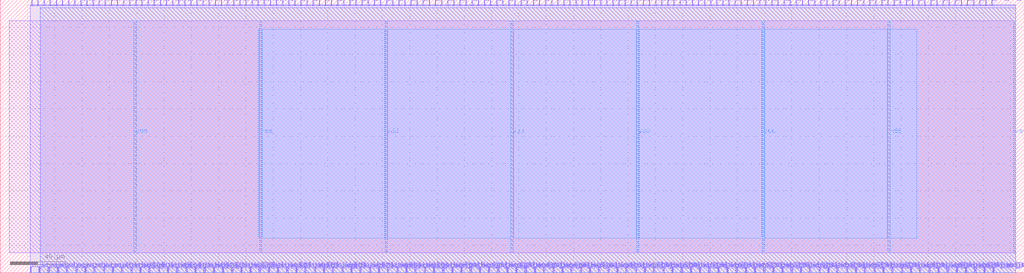
<source format=lef>
VERSION 5.7 ;
  NOWIREEXTENSIONATPIN ON ;
  DIVIDERCHAR "/" ;
  BUSBITCHARS "[]" ;
MACRO wb_memory
  CLASS BLOCK ;
  FOREIGN wb_memory ;
  ORIGIN 0.000 0.000 ;
  SIZE 750.000 BY 200.000 ;
  PIN addr_mem0[0]
    DIRECTION OUTPUT TRISTATE ;
    USE SIGNAL ;
    PORT
      LAYER Metal2 ;
        RECT 31.920 196.000 32.480 200.000 ;
    END
  END addr_mem0[0]
  PIN addr_mem0[1]
    DIRECTION OUTPUT TRISTATE ;
    USE SIGNAL ;
    PORT
      LAYER Metal2 ;
        RECT 49.840 196.000 50.400 200.000 ;
    END
  END addr_mem0[1]
  PIN addr_mem0[2]
    DIRECTION OUTPUT TRISTATE ;
    USE SIGNAL ;
    PORT
      LAYER Metal2 ;
        RECT 67.760 196.000 68.320 200.000 ;
    END
  END addr_mem0[2]
  PIN addr_mem0[3]
    DIRECTION OUTPUT TRISTATE ;
    USE SIGNAL ;
    PORT
      LAYER Metal2 ;
        RECT 85.680 196.000 86.240 200.000 ;
    END
  END addr_mem0[3]
  PIN addr_mem0[4]
    DIRECTION OUTPUT TRISTATE ;
    USE SIGNAL ;
    PORT
      LAYER Metal2 ;
        RECT 103.600 196.000 104.160 200.000 ;
    END
  END addr_mem0[4]
  PIN addr_mem0[5]
    DIRECTION OUTPUT TRISTATE ;
    USE SIGNAL ;
    PORT
      LAYER Metal2 ;
        RECT 117.040 196.000 117.600 200.000 ;
    END
  END addr_mem0[5]
  PIN addr_mem0[6]
    DIRECTION OUTPUT TRISTATE ;
    USE SIGNAL ;
    PORT
      LAYER Metal2 ;
        RECT 130.480 196.000 131.040 200.000 ;
    END
  END addr_mem0[6]
  PIN addr_mem0[7]
    DIRECTION OUTPUT TRISTATE ;
    USE SIGNAL ;
    PORT
      LAYER Metal2 ;
        RECT 143.920 196.000 144.480 200.000 ;
    END
  END addr_mem0[7]
  PIN addr_mem0[8]
    DIRECTION OUTPUT TRISTATE ;
    USE SIGNAL ;
    PORT
      LAYER Metal2 ;
        RECT 157.360 196.000 157.920 200.000 ;
    END
  END addr_mem0[8]
  PIN addr_mem1[0]
    DIRECTION OUTPUT TRISTATE ;
    USE SIGNAL ;
    PORT
      LAYER Metal2 ;
        RECT 385.840 196.000 386.400 200.000 ;
    END
  END addr_mem1[0]
  PIN addr_mem1[1]
    DIRECTION OUTPUT TRISTATE ;
    USE SIGNAL ;
    PORT
      LAYER Metal2 ;
        RECT 403.760 196.000 404.320 200.000 ;
    END
  END addr_mem1[1]
  PIN addr_mem1[2]
    DIRECTION OUTPUT TRISTATE ;
    USE SIGNAL ;
    PORT
      LAYER Metal2 ;
        RECT 421.680 196.000 422.240 200.000 ;
    END
  END addr_mem1[2]
  PIN addr_mem1[3]
    DIRECTION OUTPUT TRISTATE ;
    USE SIGNAL ;
    PORT
      LAYER Metal2 ;
        RECT 439.600 196.000 440.160 200.000 ;
    END
  END addr_mem1[3]
  PIN addr_mem1[4]
    DIRECTION OUTPUT TRISTATE ;
    USE SIGNAL ;
    PORT
      LAYER Metal2 ;
        RECT 457.520 196.000 458.080 200.000 ;
    END
  END addr_mem1[4]
  PIN addr_mem1[5]
    DIRECTION OUTPUT TRISTATE ;
    USE SIGNAL ;
    PORT
      LAYER Metal2 ;
        RECT 470.960 196.000 471.520 200.000 ;
    END
  END addr_mem1[5]
  PIN addr_mem1[6]
    DIRECTION OUTPUT TRISTATE ;
    USE SIGNAL ;
    PORT
      LAYER Metal2 ;
        RECT 484.400 196.000 484.960 200.000 ;
    END
  END addr_mem1[6]
  PIN addr_mem1[7]
    DIRECTION OUTPUT TRISTATE ;
    USE SIGNAL ;
    PORT
      LAYER Metal2 ;
        RECT 497.840 196.000 498.400 200.000 ;
    END
  END addr_mem1[7]
  PIN addr_mem1[8]
    DIRECTION OUTPUT TRISTATE ;
    USE SIGNAL ;
    PORT
      LAYER Metal2 ;
        RECT 511.280 196.000 511.840 200.000 ;
    END
  END addr_mem1[8]
  PIN csb_mem0
    DIRECTION OUTPUT TRISTATE ;
    USE SIGNAL ;
    PORT
      LAYER Metal2 ;
        RECT 22.960 196.000 23.520 200.000 ;
    END
  END csb_mem0
  PIN csb_mem1
    DIRECTION OUTPUT TRISTATE ;
    USE SIGNAL ;
    PORT
      LAYER Metal2 ;
        RECT 376.880 196.000 377.440 200.000 ;
    END
  END csb_mem1
  PIN din_mem0[0]
    DIRECTION OUTPUT TRISTATE ;
    USE SIGNAL ;
    PORT
      LAYER Metal2 ;
        RECT 36.400 196.000 36.960 200.000 ;
    END
  END din_mem0[0]
  PIN din_mem0[10]
    DIRECTION OUTPUT TRISTATE ;
    USE SIGNAL ;
    PORT
      LAYER Metal2 ;
        RECT 179.760 196.000 180.320 200.000 ;
    END
  END din_mem0[10]
  PIN din_mem0[11]
    DIRECTION OUTPUT TRISTATE ;
    USE SIGNAL ;
    PORT
      LAYER Metal2 ;
        RECT 188.720 196.000 189.280 200.000 ;
    END
  END din_mem0[11]
  PIN din_mem0[12]
    DIRECTION OUTPUT TRISTATE ;
    USE SIGNAL ;
    PORT
      LAYER Metal2 ;
        RECT 197.680 196.000 198.240 200.000 ;
    END
  END din_mem0[12]
  PIN din_mem0[13]
    DIRECTION OUTPUT TRISTATE ;
    USE SIGNAL ;
    PORT
      LAYER Metal2 ;
        RECT 206.640 196.000 207.200 200.000 ;
    END
  END din_mem0[13]
  PIN din_mem0[14]
    DIRECTION OUTPUT TRISTATE ;
    USE SIGNAL ;
    PORT
      LAYER Metal2 ;
        RECT 215.600 196.000 216.160 200.000 ;
    END
  END din_mem0[14]
  PIN din_mem0[15]
    DIRECTION OUTPUT TRISTATE ;
    USE SIGNAL ;
    PORT
      LAYER Metal2 ;
        RECT 224.560 196.000 225.120 200.000 ;
    END
  END din_mem0[15]
  PIN din_mem0[16]
    DIRECTION OUTPUT TRISTATE ;
    USE SIGNAL ;
    PORT
      LAYER Metal2 ;
        RECT 233.520 196.000 234.080 200.000 ;
    END
  END din_mem0[16]
  PIN din_mem0[17]
    DIRECTION OUTPUT TRISTATE ;
    USE SIGNAL ;
    PORT
      LAYER Metal2 ;
        RECT 242.480 196.000 243.040 200.000 ;
    END
  END din_mem0[17]
  PIN din_mem0[18]
    DIRECTION OUTPUT TRISTATE ;
    USE SIGNAL ;
    PORT
      LAYER Metal2 ;
        RECT 251.440 196.000 252.000 200.000 ;
    END
  END din_mem0[18]
  PIN din_mem0[19]
    DIRECTION OUTPUT TRISTATE ;
    USE SIGNAL ;
    PORT
      LAYER Metal2 ;
        RECT 260.400 196.000 260.960 200.000 ;
    END
  END din_mem0[19]
  PIN din_mem0[1]
    DIRECTION OUTPUT TRISTATE ;
    USE SIGNAL ;
    PORT
      LAYER Metal2 ;
        RECT 54.320 196.000 54.880 200.000 ;
    END
  END din_mem0[1]
  PIN din_mem0[20]
    DIRECTION OUTPUT TRISTATE ;
    USE SIGNAL ;
    PORT
      LAYER Metal2 ;
        RECT 269.360 196.000 269.920 200.000 ;
    END
  END din_mem0[20]
  PIN din_mem0[21]
    DIRECTION OUTPUT TRISTATE ;
    USE SIGNAL ;
    PORT
      LAYER Metal2 ;
        RECT 278.320 196.000 278.880 200.000 ;
    END
  END din_mem0[21]
  PIN din_mem0[22]
    DIRECTION OUTPUT TRISTATE ;
    USE SIGNAL ;
    PORT
      LAYER Metal2 ;
        RECT 287.280 196.000 287.840 200.000 ;
    END
  END din_mem0[22]
  PIN din_mem0[23]
    DIRECTION OUTPUT TRISTATE ;
    USE SIGNAL ;
    PORT
      LAYER Metal2 ;
        RECT 296.240 196.000 296.800 200.000 ;
    END
  END din_mem0[23]
  PIN din_mem0[24]
    DIRECTION OUTPUT TRISTATE ;
    USE SIGNAL ;
    PORT
      LAYER Metal2 ;
        RECT 305.200 196.000 305.760 200.000 ;
    END
  END din_mem0[24]
  PIN din_mem0[25]
    DIRECTION OUTPUT TRISTATE ;
    USE SIGNAL ;
    PORT
      LAYER Metal2 ;
        RECT 314.160 196.000 314.720 200.000 ;
    END
  END din_mem0[25]
  PIN din_mem0[26]
    DIRECTION OUTPUT TRISTATE ;
    USE SIGNAL ;
    PORT
      LAYER Metal2 ;
        RECT 323.120 196.000 323.680 200.000 ;
    END
  END din_mem0[26]
  PIN din_mem0[27]
    DIRECTION OUTPUT TRISTATE ;
    USE SIGNAL ;
    PORT
      LAYER Metal2 ;
        RECT 332.080 196.000 332.640 200.000 ;
    END
  END din_mem0[27]
  PIN din_mem0[28]
    DIRECTION OUTPUT TRISTATE ;
    USE SIGNAL ;
    PORT
      LAYER Metal2 ;
        RECT 341.040 196.000 341.600 200.000 ;
    END
  END din_mem0[28]
  PIN din_mem0[29]
    DIRECTION OUTPUT TRISTATE ;
    USE SIGNAL ;
    PORT
      LAYER Metal2 ;
        RECT 350.000 196.000 350.560 200.000 ;
    END
  END din_mem0[29]
  PIN din_mem0[2]
    DIRECTION OUTPUT TRISTATE ;
    USE SIGNAL ;
    PORT
      LAYER Metal2 ;
        RECT 72.240 196.000 72.800 200.000 ;
    END
  END din_mem0[2]
  PIN din_mem0[30]
    DIRECTION OUTPUT TRISTATE ;
    USE SIGNAL ;
    PORT
      LAYER Metal2 ;
        RECT 358.960 196.000 359.520 200.000 ;
    END
  END din_mem0[30]
  PIN din_mem0[31]
    DIRECTION OUTPUT TRISTATE ;
    USE SIGNAL ;
    PORT
      LAYER Metal2 ;
        RECT 367.920 196.000 368.480 200.000 ;
    END
  END din_mem0[31]
  PIN din_mem0[3]
    DIRECTION OUTPUT TRISTATE ;
    USE SIGNAL ;
    PORT
      LAYER Metal2 ;
        RECT 90.160 196.000 90.720 200.000 ;
    END
  END din_mem0[3]
  PIN din_mem0[4]
    DIRECTION OUTPUT TRISTATE ;
    USE SIGNAL ;
    PORT
      LAYER Metal2 ;
        RECT 108.080 196.000 108.640 200.000 ;
    END
  END din_mem0[4]
  PIN din_mem0[5]
    DIRECTION OUTPUT TRISTATE ;
    USE SIGNAL ;
    PORT
      LAYER Metal2 ;
        RECT 121.520 196.000 122.080 200.000 ;
    END
  END din_mem0[5]
  PIN din_mem0[6]
    DIRECTION OUTPUT TRISTATE ;
    USE SIGNAL ;
    PORT
      LAYER Metal2 ;
        RECT 134.960 196.000 135.520 200.000 ;
    END
  END din_mem0[6]
  PIN din_mem0[7]
    DIRECTION OUTPUT TRISTATE ;
    USE SIGNAL ;
    PORT
      LAYER Metal2 ;
        RECT 148.400 196.000 148.960 200.000 ;
    END
  END din_mem0[7]
  PIN din_mem0[8]
    DIRECTION OUTPUT TRISTATE ;
    USE SIGNAL ;
    PORT
      LAYER Metal2 ;
        RECT 161.840 196.000 162.400 200.000 ;
    END
  END din_mem0[8]
  PIN din_mem0[9]
    DIRECTION OUTPUT TRISTATE ;
    USE SIGNAL ;
    PORT
      LAYER Metal2 ;
        RECT 170.800 196.000 171.360 200.000 ;
    END
  END din_mem0[9]
  PIN din_mem1[0]
    DIRECTION OUTPUT TRISTATE ;
    USE SIGNAL ;
    PORT
      LAYER Metal2 ;
        RECT 390.320 196.000 390.880 200.000 ;
    END
  END din_mem1[0]
  PIN din_mem1[10]
    DIRECTION OUTPUT TRISTATE ;
    USE SIGNAL ;
    PORT
      LAYER Metal2 ;
        RECT 533.680 196.000 534.240 200.000 ;
    END
  END din_mem1[10]
  PIN din_mem1[11]
    DIRECTION OUTPUT TRISTATE ;
    USE SIGNAL ;
    PORT
      LAYER Metal2 ;
        RECT 542.640 196.000 543.200 200.000 ;
    END
  END din_mem1[11]
  PIN din_mem1[12]
    DIRECTION OUTPUT TRISTATE ;
    USE SIGNAL ;
    PORT
      LAYER Metal2 ;
        RECT 551.600 196.000 552.160 200.000 ;
    END
  END din_mem1[12]
  PIN din_mem1[13]
    DIRECTION OUTPUT TRISTATE ;
    USE SIGNAL ;
    PORT
      LAYER Metal2 ;
        RECT 560.560 196.000 561.120 200.000 ;
    END
  END din_mem1[13]
  PIN din_mem1[14]
    DIRECTION OUTPUT TRISTATE ;
    USE SIGNAL ;
    PORT
      LAYER Metal2 ;
        RECT 569.520 196.000 570.080 200.000 ;
    END
  END din_mem1[14]
  PIN din_mem1[15]
    DIRECTION OUTPUT TRISTATE ;
    USE SIGNAL ;
    PORT
      LAYER Metal2 ;
        RECT 578.480 196.000 579.040 200.000 ;
    END
  END din_mem1[15]
  PIN din_mem1[16]
    DIRECTION OUTPUT TRISTATE ;
    USE SIGNAL ;
    PORT
      LAYER Metal2 ;
        RECT 587.440 196.000 588.000 200.000 ;
    END
  END din_mem1[16]
  PIN din_mem1[17]
    DIRECTION OUTPUT TRISTATE ;
    USE SIGNAL ;
    PORT
      LAYER Metal2 ;
        RECT 596.400 196.000 596.960 200.000 ;
    END
  END din_mem1[17]
  PIN din_mem1[18]
    DIRECTION OUTPUT TRISTATE ;
    USE SIGNAL ;
    PORT
      LAYER Metal2 ;
        RECT 605.360 196.000 605.920 200.000 ;
    END
  END din_mem1[18]
  PIN din_mem1[19]
    DIRECTION OUTPUT TRISTATE ;
    USE SIGNAL ;
    PORT
      LAYER Metal2 ;
        RECT 614.320 196.000 614.880 200.000 ;
    END
  END din_mem1[19]
  PIN din_mem1[1]
    DIRECTION OUTPUT TRISTATE ;
    USE SIGNAL ;
    PORT
      LAYER Metal2 ;
        RECT 408.240 196.000 408.800 200.000 ;
    END
  END din_mem1[1]
  PIN din_mem1[20]
    DIRECTION OUTPUT TRISTATE ;
    USE SIGNAL ;
    PORT
      LAYER Metal2 ;
        RECT 623.280 196.000 623.840 200.000 ;
    END
  END din_mem1[20]
  PIN din_mem1[21]
    DIRECTION OUTPUT TRISTATE ;
    USE SIGNAL ;
    PORT
      LAYER Metal2 ;
        RECT 632.240 196.000 632.800 200.000 ;
    END
  END din_mem1[21]
  PIN din_mem1[22]
    DIRECTION OUTPUT TRISTATE ;
    USE SIGNAL ;
    PORT
      LAYER Metal2 ;
        RECT 641.200 196.000 641.760 200.000 ;
    END
  END din_mem1[22]
  PIN din_mem1[23]
    DIRECTION OUTPUT TRISTATE ;
    USE SIGNAL ;
    PORT
      LAYER Metal2 ;
        RECT 650.160 196.000 650.720 200.000 ;
    END
  END din_mem1[23]
  PIN din_mem1[24]
    DIRECTION OUTPUT TRISTATE ;
    USE SIGNAL ;
    PORT
      LAYER Metal2 ;
        RECT 659.120 196.000 659.680 200.000 ;
    END
  END din_mem1[24]
  PIN din_mem1[25]
    DIRECTION OUTPUT TRISTATE ;
    USE SIGNAL ;
    PORT
      LAYER Metal2 ;
        RECT 668.080 196.000 668.640 200.000 ;
    END
  END din_mem1[25]
  PIN din_mem1[26]
    DIRECTION OUTPUT TRISTATE ;
    USE SIGNAL ;
    PORT
      LAYER Metal2 ;
        RECT 677.040 196.000 677.600 200.000 ;
    END
  END din_mem1[26]
  PIN din_mem1[27]
    DIRECTION OUTPUT TRISTATE ;
    USE SIGNAL ;
    PORT
      LAYER Metal2 ;
        RECT 686.000 196.000 686.560 200.000 ;
    END
  END din_mem1[27]
  PIN din_mem1[28]
    DIRECTION OUTPUT TRISTATE ;
    USE SIGNAL ;
    PORT
      LAYER Metal2 ;
        RECT 694.960 196.000 695.520 200.000 ;
    END
  END din_mem1[28]
  PIN din_mem1[29]
    DIRECTION OUTPUT TRISTATE ;
    USE SIGNAL ;
    PORT
      LAYER Metal2 ;
        RECT 703.920 196.000 704.480 200.000 ;
    END
  END din_mem1[29]
  PIN din_mem1[2]
    DIRECTION OUTPUT TRISTATE ;
    USE SIGNAL ;
    PORT
      LAYER Metal2 ;
        RECT 426.160 196.000 426.720 200.000 ;
    END
  END din_mem1[2]
  PIN din_mem1[30]
    DIRECTION OUTPUT TRISTATE ;
    USE SIGNAL ;
    PORT
      LAYER Metal2 ;
        RECT 712.880 196.000 713.440 200.000 ;
    END
  END din_mem1[30]
  PIN din_mem1[31]
    DIRECTION OUTPUT TRISTATE ;
    USE SIGNAL ;
    PORT
      LAYER Metal2 ;
        RECT 721.840 196.000 722.400 200.000 ;
    END
  END din_mem1[31]
  PIN din_mem1[3]
    DIRECTION OUTPUT TRISTATE ;
    USE SIGNAL ;
    PORT
      LAYER Metal2 ;
        RECT 444.080 196.000 444.640 200.000 ;
    END
  END din_mem1[3]
  PIN din_mem1[4]
    DIRECTION OUTPUT TRISTATE ;
    USE SIGNAL ;
    PORT
      LAYER Metal2 ;
        RECT 462.000 196.000 462.560 200.000 ;
    END
  END din_mem1[4]
  PIN din_mem1[5]
    DIRECTION OUTPUT TRISTATE ;
    USE SIGNAL ;
    PORT
      LAYER Metal2 ;
        RECT 475.440 196.000 476.000 200.000 ;
    END
  END din_mem1[5]
  PIN din_mem1[6]
    DIRECTION OUTPUT TRISTATE ;
    USE SIGNAL ;
    PORT
      LAYER Metal2 ;
        RECT 488.880 196.000 489.440 200.000 ;
    END
  END din_mem1[6]
  PIN din_mem1[7]
    DIRECTION OUTPUT TRISTATE ;
    USE SIGNAL ;
    PORT
      LAYER Metal2 ;
        RECT 502.320 196.000 502.880 200.000 ;
    END
  END din_mem1[7]
  PIN din_mem1[8]
    DIRECTION OUTPUT TRISTATE ;
    USE SIGNAL ;
    PORT
      LAYER Metal2 ;
        RECT 515.760 196.000 516.320 200.000 ;
    END
  END din_mem1[8]
  PIN din_mem1[9]
    DIRECTION OUTPUT TRISTATE ;
    USE SIGNAL ;
    PORT
      LAYER Metal2 ;
        RECT 524.720 196.000 525.280 200.000 ;
    END
  END din_mem1[9]
  PIN dout_mem0[0]
    DIRECTION INPUT ;
    USE SIGNAL ;
    PORT
      LAYER Metal2 ;
        RECT 40.880 196.000 41.440 200.000 ;
    END
  END dout_mem0[0]
  PIN dout_mem0[10]
    DIRECTION INPUT ;
    USE SIGNAL ;
    PORT
      LAYER Metal2 ;
        RECT 184.240 196.000 184.800 200.000 ;
    END
  END dout_mem0[10]
  PIN dout_mem0[11]
    DIRECTION INPUT ;
    USE SIGNAL ;
    PORT
      LAYER Metal2 ;
        RECT 193.200 196.000 193.760 200.000 ;
    END
  END dout_mem0[11]
  PIN dout_mem0[12]
    DIRECTION INPUT ;
    USE SIGNAL ;
    PORT
      LAYER Metal2 ;
        RECT 202.160 196.000 202.720 200.000 ;
    END
  END dout_mem0[12]
  PIN dout_mem0[13]
    DIRECTION INPUT ;
    USE SIGNAL ;
    PORT
      LAYER Metal2 ;
        RECT 211.120 196.000 211.680 200.000 ;
    END
  END dout_mem0[13]
  PIN dout_mem0[14]
    DIRECTION INPUT ;
    USE SIGNAL ;
    PORT
      LAYER Metal2 ;
        RECT 220.080 196.000 220.640 200.000 ;
    END
  END dout_mem0[14]
  PIN dout_mem0[15]
    DIRECTION INPUT ;
    USE SIGNAL ;
    PORT
      LAYER Metal2 ;
        RECT 229.040 196.000 229.600 200.000 ;
    END
  END dout_mem0[15]
  PIN dout_mem0[16]
    DIRECTION INPUT ;
    USE SIGNAL ;
    PORT
      LAYER Metal2 ;
        RECT 238.000 196.000 238.560 200.000 ;
    END
  END dout_mem0[16]
  PIN dout_mem0[17]
    DIRECTION INPUT ;
    USE SIGNAL ;
    PORT
      LAYER Metal2 ;
        RECT 246.960 196.000 247.520 200.000 ;
    END
  END dout_mem0[17]
  PIN dout_mem0[18]
    DIRECTION INPUT ;
    USE SIGNAL ;
    PORT
      LAYER Metal2 ;
        RECT 255.920 196.000 256.480 200.000 ;
    END
  END dout_mem0[18]
  PIN dout_mem0[19]
    DIRECTION INPUT ;
    USE SIGNAL ;
    PORT
      LAYER Metal2 ;
        RECT 264.880 196.000 265.440 200.000 ;
    END
  END dout_mem0[19]
  PIN dout_mem0[1]
    DIRECTION INPUT ;
    USE SIGNAL ;
    PORT
      LAYER Metal2 ;
        RECT 58.800 196.000 59.360 200.000 ;
    END
  END dout_mem0[1]
  PIN dout_mem0[20]
    DIRECTION INPUT ;
    USE SIGNAL ;
    PORT
      LAYER Metal2 ;
        RECT 273.840 196.000 274.400 200.000 ;
    END
  END dout_mem0[20]
  PIN dout_mem0[21]
    DIRECTION INPUT ;
    USE SIGNAL ;
    PORT
      LAYER Metal2 ;
        RECT 282.800 196.000 283.360 200.000 ;
    END
  END dout_mem0[21]
  PIN dout_mem0[22]
    DIRECTION INPUT ;
    USE SIGNAL ;
    PORT
      LAYER Metal2 ;
        RECT 291.760 196.000 292.320 200.000 ;
    END
  END dout_mem0[22]
  PIN dout_mem0[23]
    DIRECTION INPUT ;
    USE SIGNAL ;
    PORT
      LAYER Metal2 ;
        RECT 300.720 196.000 301.280 200.000 ;
    END
  END dout_mem0[23]
  PIN dout_mem0[24]
    DIRECTION INPUT ;
    USE SIGNAL ;
    PORT
      LAYER Metal2 ;
        RECT 309.680 196.000 310.240 200.000 ;
    END
  END dout_mem0[24]
  PIN dout_mem0[25]
    DIRECTION INPUT ;
    USE SIGNAL ;
    PORT
      LAYER Metal2 ;
        RECT 318.640 196.000 319.200 200.000 ;
    END
  END dout_mem0[25]
  PIN dout_mem0[26]
    DIRECTION INPUT ;
    USE SIGNAL ;
    PORT
      LAYER Metal2 ;
        RECT 327.600 196.000 328.160 200.000 ;
    END
  END dout_mem0[26]
  PIN dout_mem0[27]
    DIRECTION INPUT ;
    USE SIGNAL ;
    PORT
      LAYER Metal2 ;
        RECT 336.560 196.000 337.120 200.000 ;
    END
  END dout_mem0[27]
  PIN dout_mem0[28]
    DIRECTION INPUT ;
    USE SIGNAL ;
    PORT
      LAYER Metal2 ;
        RECT 345.520 196.000 346.080 200.000 ;
    END
  END dout_mem0[28]
  PIN dout_mem0[29]
    DIRECTION INPUT ;
    USE SIGNAL ;
    PORT
      LAYER Metal2 ;
        RECT 354.480 196.000 355.040 200.000 ;
    END
  END dout_mem0[29]
  PIN dout_mem0[2]
    DIRECTION INPUT ;
    USE SIGNAL ;
    PORT
      LAYER Metal2 ;
        RECT 76.720 196.000 77.280 200.000 ;
    END
  END dout_mem0[2]
  PIN dout_mem0[30]
    DIRECTION INPUT ;
    USE SIGNAL ;
    PORT
      LAYER Metal2 ;
        RECT 363.440 196.000 364.000 200.000 ;
    END
  END dout_mem0[30]
  PIN dout_mem0[31]
    DIRECTION INPUT ;
    USE SIGNAL ;
    PORT
      LAYER Metal2 ;
        RECT 372.400 196.000 372.960 200.000 ;
    END
  END dout_mem0[31]
  PIN dout_mem0[3]
    DIRECTION INPUT ;
    USE SIGNAL ;
    PORT
      LAYER Metal2 ;
        RECT 94.640 196.000 95.200 200.000 ;
    END
  END dout_mem0[3]
  PIN dout_mem0[4]
    DIRECTION INPUT ;
    USE SIGNAL ;
    PORT
      LAYER Metal2 ;
        RECT 112.560 196.000 113.120 200.000 ;
    END
  END dout_mem0[4]
  PIN dout_mem0[5]
    DIRECTION INPUT ;
    USE SIGNAL ;
    PORT
      LAYER Metal2 ;
        RECT 126.000 196.000 126.560 200.000 ;
    END
  END dout_mem0[5]
  PIN dout_mem0[6]
    DIRECTION INPUT ;
    USE SIGNAL ;
    PORT
      LAYER Metal2 ;
        RECT 139.440 196.000 140.000 200.000 ;
    END
  END dout_mem0[6]
  PIN dout_mem0[7]
    DIRECTION INPUT ;
    USE SIGNAL ;
    PORT
      LAYER Metal2 ;
        RECT 152.880 196.000 153.440 200.000 ;
    END
  END dout_mem0[7]
  PIN dout_mem0[8]
    DIRECTION INPUT ;
    USE SIGNAL ;
    PORT
      LAYER Metal2 ;
        RECT 166.320 196.000 166.880 200.000 ;
    END
  END dout_mem0[8]
  PIN dout_mem0[9]
    DIRECTION INPUT ;
    USE SIGNAL ;
    PORT
      LAYER Metal2 ;
        RECT 175.280 196.000 175.840 200.000 ;
    END
  END dout_mem0[9]
  PIN dout_mem1[0]
    DIRECTION INPUT ;
    USE SIGNAL ;
    PORT
      LAYER Metal2 ;
        RECT 394.800 196.000 395.360 200.000 ;
    END
  END dout_mem1[0]
  PIN dout_mem1[10]
    DIRECTION INPUT ;
    USE SIGNAL ;
    PORT
      LAYER Metal2 ;
        RECT 538.160 196.000 538.720 200.000 ;
    END
  END dout_mem1[10]
  PIN dout_mem1[11]
    DIRECTION INPUT ;
    USE SIGNAL ;
    PORT
      LAYER Metal2 ;
        RECT 547.120 196.000 547.680 200.000 ;
    END
  END dout_mem1[11]
  PIN dout_mem1[12]
    DIRECTION INPUT ;
    USE SIGNAL ;
    PORT
      LAYER Metal2 ;
        RECT 556.080 196.000 556.640 200.000 ;
    END
  END dout_mem1[12]
  PIN dout_mem1[13]
    DIRECTION INPUT ;
    USE SIGNAL ;
    PORT
      LAYER Metal2 ;
        RECT 565.040 196.000 565.600 200.000 ;
    END
  END dout_mem1[13]
  PIN dout_mem1[14]
    DIRECTION INPUT ;
    USE SIGNAL ;
    PORT
      LAYER Metal2 ;
        RECT 574.000 196.000 574.560 200.000 ;
    END
  END dout_mem1[14]
  PIN dout_mem1[15]
    DIRECTION INPUT ;
    USE SIGNAL ;
    PORT
      LAYER Metal2 ;
        RECT 582.960 196.000 583.520 200.000 ;
    END
  END dout_mem1[15]
  PIN dout_mem1[16]
    DIRECTION INPUT ;
    USE SIGNAL ;
    PORT
      LAYER Metal2 ;
        RECT 591.920 196.000 592.480 200.000 ;
    END
  END dout_mem1[16]
  PIN dout_mem1[17]
    DIRECTION INPUT ;
    USE SIGNAL ;
    PORT
      LAYER Metal2 ;
        RECT 600.880 196.000 601.440 200.000 ;
    END
  END dout_mem1[17]
  PIN dout_mem1[18]
    DIRECTION INPUT ;
    USE SIGNAL ;
    PORT
      LAYER Metal2 ;
        RECT 609.840 196.000 610.400 200.000 ;
    END
  END dout_mem1[18]
  PIN dout_mem1[19]
    DIRECTION INPUT ;
    USE SIGNAL ;
    PORT
      LAYER Metal2 ;
        RECT 618.800 196.000 619.360 200.000 ;
    END
  END dout_mem1[19]
  PIN dout_mem1[1]
    DIRECTION INPUT ;
    USE SIGNAL ;
    PORT
      LAYER Metal2 ;
        RECT 412.720 196.000 413.280 200.000 ;
    END
  END dout_mem1[1]
  PIN dout_mem1[20]
    DIRECTION INPUT ;
    USE SIGNAL ;
    PORT
      LAYER Metal2 ;
        RECT 627.760 196.000 628.320 200.000 ;
    END
  END dout_mem1[20]
  PIN dout_mem1[21]
    DIRECTION INPUT ;
    USE SIGNAL ;
    PORT
      LAYER Metal2 ;
        RECT 636.720 196.000 637.280 200.000 ;
    END
  END dout_mem1[21]
  PIN dout_mem1[22]
    DIRECTION INPUT ;
    USE SIGNAL ;
    PORT
      LAYER Metal2 ;
        RECT 645.680 196.000 646.240 200.000 ;
    END
  END dout_mem1[22]
  PIN dout_mem1[23]
    DIRECTION INPUT ;
    USE SIGNAL ;
    PORT
      LAYER Metal2 ;
        RECT 654.640 196.000 655.200 200.000 ;
    END
  END dout_mem1[23]
  PIN dout_mem1[24]
    DIRECTION INPUT ;
    USE SIGNAL ;
    PORT
      LAYER Metal2 ;
        RECT 663.600 196.000 664.160 200.000 ;
    END
  END dout_mem1[24]
  PIN dout_mem1[25]
    DIRECTION INPUT ;
    USE SIGNAL ;
    PORT
      LAYER Metal2 ;
        RECT 672.560 196.000 673.120 200.000 ;
    END
  END dout_mem1[25]
  PIN dout_mem1[26]
    DIRECTION INPUT ;
    USE SIGNAL ;
    PORT
      LAYER Metal2 ;
        RECT 681.520 196.000 682.080 200.000 ;
    END
  END dout_mem1[26]
  PIN dout_mem1[27]
    DIRECTION INPUT ;
    USE SIGNAL ;
    PORT
      LAYER Metal2 ;
        RECT 690.480 196.000 691.040 200.000 ;
    END
  END dout_mem1[27]
  PIN dout_mem1[28]
    DIRECTION INPUT ;
    USE SIGNAL ;
    PORT
      LAYER Metal2 ;
        RECT 699.440 196.000 700.000 200.000 ;
    END
  END dout_mem1[28]
  PIN dout_mem1[29]
    DIRECTION INPUT ;
    USE SIGNAL ;
    PORT
      LAYER Metal2 ;
        RECT 708.400 196.000 708.960 200.000 ;
    END
  END dout_mem1[29]
  PIN dout_mem1[2]
    DIRECTION INPUT ;
    USE SIGNAL ;
    PORT
      LAYER Metal2 ;
        RECT 430.640 196.000 431.200 200.000 ;
    END
  END dout_mem1[2]
  PIN dout_mem1[30]
    DIRECTION INPUT ;
    USE SIGNAL ;
    PORT
      LAYER Metal2 ;
        RECT 717.360 196.000 717.920 200.000 ;
    END
  END dout_mem1[30]
  PIN dout_mem1[31]
    DIRECTION INPUT ;
    USE SIGNAL ;
    PORT
      LAYER Metal2 ;
        RECT 726.320 196.000 726.880 200.000 ;
    END
  END dout_mem1[31]
  PIN dout_mem1[3]
    DIRECTION INPUT ;
    USE SIGNAL ;
    PORT
      LAYER Metal2 ;
        RECT 448.560 196.000 449.120 200.000 ;
    END
  END dout_mem1[3]
  PIN dout_mem1[4]
    DIRECTION INPUT ;
    USE SIGNAL ;
    PORT
      LAYER Metal2 ;
        RECT 466.480 196.000 467.040 200.000 ;
    END
  END dout_mem1[4]
  PIN dout_mem1[5]
    DIRECTION INPUT ;
    USE SIGNAL ;
    PORT
      LAYER Metal2 ;
        RECT 479.920 196.000 480.480 200.000 ;
    END
  END dout_mem1[5]
  PIN dout_mem1[6]
    DIRECTION INPUT ;
    USE SIGNAL ;
    PORT
      LAYER Metal2 ;
        RECT 493.360 196.000 493.920 200.000 ;
    END
  END dout_mem1[6]
  PIN dout_mem1[7]
    DIRECTION INPUT ;
    USE SIGNAL ;
    PORT
      LAYER Metal2 ;
        RECT 506.800 196.000 507.360 200.000 ;
    END
  END dout_mem1[7]
  PIN dout_mem1[8]
    DIRECTION INPUT ;
    USE SIGNAL ;
    PORT
      LAYER Metal2 ;
        RECT 520.240 196.000 520.800 200.000 ;
    END
  END dout_mem1[8]
  PIN dout_mem1[9]
    DIRECTION INPUT ;
    USE SIGNAL ;
    PORT
      LAYER Metal2 ;
        RECT 529.200 196.000 529.760 200.000 ;
    END
  END dout_mem1[9]
  PIN io_wbs_ack
    DIRECTION OUTPUT TRISTATE ;
    USE SIGNAL ;
    PORT
      LAYER Metal2 ;
        RECT 21.840 0.000 22.400 4.000 ;
    END
  END io_wbs_ack
  PIN io_wbs_adr[0]
    DIRECTION INPUT ;
    USE SIGNAL ;
    PORT
      LAYER Metal2 ;
        RECT 62.160 0.000 62.720 4.000 ;
    END
  END io_wbs_adr[0]
  PIN io_wbs_adr[10]
    DIRECTION INPUT ;
    USE SIGNAL ;
    PORT
      LAYER Metal2 ;
        RECT 290.640 0.000 291.200 4.000 ;
    END
  END io_wbs_adr[10]
  PIN io_wbs_adr[11]
    DIRECTION INPUT ;
    USE SIGNAL ;
    PORT
      LAYER Metal2 ;
        RECT 310.800 0.000 311.360 4.000 ;
    END
  END io_wbs_adr[11]
  PIN io_wbs_adr[12]
    DIRECTION INPUT ;
    USE SIGNAL ;
    PORT
      LAYER Metal2 ;
        RECT 330.960 0.000 331.520 4.000 ;
    END
  END io_wbs_adr[12]
  PIN io_wbs_adr[13]
    DIRECTION INPUT ;
    USE SIGNAL ;
    PORT
      LAYER Metal2 ;
        RECT 351.120 0.000 351.680 4.000 ;
    END
  END io_wbs_adr[13]
  PIN io_wbs_adr[14]
    DIRECTION INPUT ;
    USE SIGNAL ;
    PORT
      LAYER Metal2 ;
        RECT 371.280 0.000 371.840 4.000 ;
    END
  END io_wbs_adr[14]
  PIN io_wbs_adr[15]
    DIRECTION INPUT ;
    USE SIGNAL ;
    PORT
      LAYER Metal2 ;
        RECT 391.440 0.000 392.000 4.000 ;
    END
  END io_wbs_adr[15]
  PIN io_wbs_adr[16]
    DIRECTION INPUT ;
    USE SIGNAL ;
    PORT
      LAYER Metal2 ;
        RECT 411.600 0.000 412.160 4.000 ;
    END
  END io_wbs_adr[16]
  PIN io_wbs_adr[17]
    DIRECTION INPUT ;
    USE SIGNAL ;
    PORT
      LAYER Metal2 ;
        RECT 431.760 0.000 432.320 4.000 ;
    END
  END io_wbs_adr[17]
  PIN io_wbs_adr[18]
    DIRECTION INPUT ;
    USE SIGNAL ;
    PORT
      LAYER Metal2 ;
        RECT 451.920 0.000 452.480 4.000 ;
    END
  END io_wbs_adr[18]
  PIN io_wbs_adr[19]
    DIRECTION INPUT ;
    USE SIGNAL ;
    PORT
      LAYER Metal2 ;
        RECT 472.080 0.000 472.640 4.000 ;
    END
  END io_wbs_adr[19]
  PIN io_wbs_adr[1]
    DIRECTION INPUT ;
    USE SIGNAL ;
    PORT
      LAYER Metal2 ;
        RECT 89.040 0.000 89.600 4.000 ;
    END
  END io_wbs_adr[1]
  PIN io_wbs_adr[20]
    DIRECTION INPUT ;
    USE SIGNAL ;
    PORT
      LAYER Metal2 ;
        RECT 492.240 0.000 492.800 4.000 ;
    END
  END io_wbs_adr[20]
  PIN io_wbs_adr[21]
    DIRECTION INPUT ;
    USE SIGNAL ;
    PORT
      LAYER Metal2 ;
        RECT 512.400 0.000 512.960 4.000 ;
    END
  END io_wbs_adr[21]
  PIN io_wbs_adr[22]
    DIRECTION INPUT ;
    USE SIGNAL ;
    PORT
      LAYER Metal2 ;
        RECT 532.560 0.000 533.120 4.000 ;
    END
  END io_wbs_adr[22]
  PIN io_wbs_adr[23]
    DIRECTION INPUT ;
    USE SIGNAL ;
    PORT
      LAYER Metal2 ;
        RECT 552.720 0.000 553.280 4.000 ;
    END
  END io_wbs_adr[23]
  PIN io_wbs_adr[24]
    DIRECTION INPUT ;
    USE SIGNAL ;
    PORT
      LAYER Metal2 ;
        RECT 572.880 0.000 573.440 4.000 ;
    END
  END io_wbs_adr[24]
  PIN io_wbs_adr[25]
    DIRECTION INPUT ;
    USE SIGNAL ;
    PORT
      LAYER Metal2 ;
        RECT 593.040 0.000 593.600 4.000 ;
    END
  END io_wbs_adr[25]
  PIN io_wbs_adr[26]
    DIRECTION INPUT ;
    USE SIGNAL ;
    PORT
      LAYER Metal2 ;
        RECT 613.200 0.000 613.760 4.000 ;
    END
  END io_wbs_adr[26]
  PIN io_wbs_adr[27]
    DIRECTION INPUT ;
    USE SIGNAL ;
    PORT
      LAYER Metal2 ;
        RECT 633.360 0.000 633.920 4.000 ;
    END
  END io_wbs_adr[27]
  PIN io_wbs_adr[28]
    DIRECTION INPUT ;
    USE SIGNAL ;
    PORT
      LAYER Metal2 ;
        RECT 653.520 0.000 654.080 4.000 ;
    END
  END io_wbs_adr[28]
  PIN io_wbs_adr[29]
    DIRECTION INPUT ;
    USE SIGNAL ;
    PORT
      LAYER Metal2 ;
        RECT 673.680 0.000 674.240 4.000 ;
    END
  END io_wbs_adr[29]
  PIN io_wbs_adr[2]
    DIRECTION INPUT ;
    USE SIGNAL ;
    PORT
      LAYER Metal2 ;
        RECT 115.920 0.000 116.480 4.000 ;
    END
  END io_wbs_adr[2]
  PIN io_wbs_adr[30]
    DIRECTION INPUT ;
    USE SIGNAL ;
    PORT
      LAYER Metal2 ;
        RECT 693.840 0.000 694.400 4.000 ;
    END
  END io_wbs_adr[30]
  PIN io_wbs_adr[31]
    DIRECTION INPUT ;
    USE SIGNAL ;
    PORT
      LAYER Metal2 ;
        RECT 714.000 0.000 714.560 4.000 ;
    END
  END io_wbs_adr[31]
  PIN io_wbs_adr[3]
    DIRECTION INPUT ;
    USE SIGNAL ;
    PORT
      LAYER Metal2 ;
        RECT 142.800 0.000 143.360 4.000 ;
    END
  END io_wbs_adr[3]
  PIN io_wbs_adr[4]
    DIRECTION INPUT ;
    USE SIGNAL ;
    PORT
      LAYER Metal2 ;
        RECT 169.680 0.000 170.240 4.000 ;
    END
  END io_wbs_adr[4]
  PIN io_wbs_adr[5]
    DIRECTION INPUT ;
    USE SIGNAL ;
    PORT
      LAYER Metal2 ;
        RECT 189.840 0.000 190.400 4.000 ;
    END
  END io_wbs_adr[5]
  PIN io_wbs_adr[6]
    DIRECTION INPUT ;
    USE SIGNAL ;
    PORT
      LAYER Metal2 ;
        RECT 210.000 0.000 210.560 4.000 ;
    END
  END io_wbs_adr[6]
  PIN io_wbs_adr[7]
    DIRECTION INPUT ;
    USE SIGNAL ;
    PORT
      LAYER Metal2 ;
        RECT 230.160 0.000 230.720 4.000 ;
    END
  END io_wbs_adr[7]
  PIN io_wbs_adr[8]
    DIRECTION INPUT ;
    USE SIGNAL ;
    PORT
      LAYER Metal2 ;
        RECT 250.320 0.000 250.880 4.000 ;
    END
  END io_wbs_adr[8]
  PIN io_wbs_adr[9]
    DIRECTION INPUT ;
    USE SIGNAL ;
    PORT
      LAYER Metal2 ;
        RECT 270.480 0.000 271.040 4.000 ;
    END
  END io_wbs_adr[9]
  PIN io_wbs_clk
    DIRECTION INPUT ;
    USE SIGNAL ;
    PORT
      LAYER Metal2 ;
        RECT 28.560 0.000 29.120 4.000 ;
    END
  END io_wbs_clk
  PIN io_wbs_cyc
    DIRECTION INPUT ;
    USE SIGNAL ;
    PORT
      LAYER Metal2 ;
        RECT 35.280 0.000 35.840 4.000 ;
    END
  END io_wbs_cyc
  PIN io_wbs_datrd[0]
    DIRECTION OUTPUT TRISTATE ;
    USE SIGNAL ;
    PORT
      LAYER Metal2 ;
        RECT 68.880 0.000 69.440 4.000 ;
    END
  END io_wbs_datrd[0]
  PIN io_wbs_datrd[10]
    DIRECTION OUTPUT TRISTATE ;
    USE SIGNAL ;
    PORT
      LAYER Metal2 ;
        RECT 297.360 0.000 297.920 4.000 ;
    END
  END io_wbs_datrd[10]
  PIN io_wbs_datrd[11]
    DIRECTION OUTPUT TRISTATE ;
    USE SIGNAL ;
    PORT
      LAYER Metal2 ;
        RECT 317.520 0.000 318.080 4.000 ;
    END
  END io_wbs_datrd[11]
  PIN io_wbs_datrd[12]
    DIRECTION OUTPUT TRISTATE ;
    USE SIGNAL ;
    PORT
      LAYER Metal2 ;
        RECT 337.680 0.000 338.240 4.000 ;
    END
  END io_wbs_datrd[12]
  PIN io_wbs_datrd[13]
    DIRECTION OUTPUT TRISTATE ;
    USE SIGNAL ;
    PORT
      LAYER Metal2 ;
        RECT 357.840 0.000 358.400 4.000 ;
    END
  END io_wbs_datrd[13]
  PIN io_wbs_datrd[14]
    DIRECTION OUTPUT TRISTATE ;
    USE SIGNAL ;
    PORT
      LAYER Metal2 ;
        RECT 378.000 0.000 378.560 4.000 ;
    END
  END io_wbs_datrd[14]
  PIN io_wbs_datrd[15]
    DIRECTION OUTPUT TRISTATE ;
    USE SIGNAL ;
    PORT
      LAYER Metal2 ;
        RECT 398.160 0.000 398.720 4.000 ;
    END
  END io_wbs_datrd[15]
  PIN io_wbs_datrd[16]
    DIRECTION OUTPUT TRISTATE ;
    USE SIGNAL ;
    PORT
      LAYER Metal2 ;
        RECT 418.320 0.000 418.880 4.000 ;
    END
  END io_wbs_datrd[16]
  PIN io_wbs_datrd[17]
    DIRECTION OUTPUT TRISTATE ;
    USE SIGNAL ;
    PORT
      LAYER Metal2 ;
        RECT 438.480 0.000 439.040 4.000 ;
    END
  END io_wbs_datrd[17]
  PIN io_wbs_datrd[18]
    DIRECTION OUTPUT TRISTATE ;
    USE SIGNAL ;
    PORT
      LAYER Metal2 ;
        RECT 458.640 0.000 459.200 4.000 ;
    END
  END io_wbs_datrd[18]
  PIN io_wbs_datrd[19]
    DIRECTION OUTPUT TRISTATE ;
    USE SIGNAL ;
    PORT
      LAYER Metal2 ;
        RECT 478.800 0.000 479.360 4.000 ;
    END
  END io_wbs_datrd[19]
  PIN io_wbs_datrd[1]
    DIRECTION OUTPUT TRISTATE ;
    USE SIGNAL ;
    PORT
      LAYER Metal2 ;
        RECT 95.760 0.000 96.320 4.000 ;
    END
  END io_wbs_datrd[1]
  PIN io_wbs_datrd[20]
    DIRECTION OUTPUT TRISTATE ;
    USE SIGNAL ;
    PORT
      LAYER Metal2 ;
        RECT 498.960 0.000 499.520 4.000 ;
    END
  END io_wbs_datrd[20]
  PIN io_wbs_datrd[21]
    DIRECTION OUTPUT TRISTATE ;
    USE SIGNAL ;
    PORT
      LAYER Metal2 ;
        RECT 519.120 0.000 519.680 4.000 ;
    END
  END io_wbs_datrd[21]
  PIN io_wbs_datrd[22]
    DIRECTION OUTPUT TRISTATE ;
    USE SIGNAL ;
    PORT
      LAYER Metal2 ;
        RECT 539.280 0.000 539.840 4.000 ;
    END
  END io_wbs_datrd[22]
  PIN io_wbs_datrd[23]
    DIRECTION OUTPUT TRISTATE ;
    USE SIGNAL ;
    PORT
      LAYER Metal2 ;
        RECT 559.440 0.000 560.000 4.000 ;
    END
  END io_wbs_datrd[23]
  PIN io_wbs_datrd[24]
    DIRECTION OUTPUT TRISTATE ;
    USE SIGNAL ;
    PORT
      LAYER Metal2 ;
        RECT 579.600 0.000 580.160 4.000 ;
    END
  END io_wbs_datrd[24]
  PIN io_wbs_datrd[25]
    DIRECTION OUTPUT TRISTATE ;
    USE SIGNAL ;
    PORT
      LAYER Metal2 ;
        RECT 599.760 0.000 600.320 4.000 ;
    END
  END io_wbs_datrd[25]
  PIN io_wbs_datrd[26]
    DIRECTION OUTPUT TRISTATE ;
    USE SIGNAL ;
    PORT
      LAYER Metal2 ;
        RECT 619.920 0.000 620.480 4.000 ;
    END
  END io_wbs_datrd[26]
  PIN io_wbs_datrd[27]
    DIRECTION OUTPUT TRISTATE ;
    USE SIGNAL ;
    PORT
      LAYER Metal2 ;
        RECT 640.080 0.000 640.640 4.000 ;
    END
  END io_wbs_datrd[27]
  PIN io_wbs_datrd[28]
    DIRECTION OUTPUT TRISTATE ;
    USE SIGNAL ;
    PORT
      LAYER Metal2 ;
        RECT 660.240 0.000 660.800 4.000 ;
    END
  END io_wbs_datrd[28]
  PIN io_wbs_datrd[29]
    DIRECTION OUTPUT TRISTATE ;
    USE SIGNAL ;
    PORT
      LAYER Metal2 ;
        RECT 680.400 0.000 680.960 4.000 ;
    END
  END io_wbs_datrd[29]
  PIN io_wbs_datrd[2]
    DIRECTION OUTPUT TRISTATE ;
    USE SIGNAL ;
    PORT
      LAYER Metal2 ;
        RECT 122.640 0.000 123.200 4.000 ;
    END
  END io_wbs_datrd[2]
  PIN io_wbs_datrd[30]
    DIRECTION OUTPUT TRISTATE ;
    USE SIGNAL ;
    PORT
      LAYER Metal2 ;
        RECT 700.560 0.000 701.120 4.000 ;
    END
  END io_wbs_datrd[30]
  PIN io_wbs_datrd[31]
    DIRECTION OUTPUT TRISTATE ;
    USE SIGNAL ;
    PORT
      LAYER Metal2 ;
        RECT 720.720 0.000 721.280 4.000 ;
    END
  END io_wbs_datrd[31]
  PIN io_wbs_datrd[3]
    DIRECTION OUTPUT TRISTATE ;
    USE SIGNAL ;
    PORT
      LAYER Metal2 ;
        RECT 149.520 0.000 150.080 4.000 ;
    END
  END io_wbs_datrd[3]
  PIN io_wbs_datrd[4]
    DIRECTION OUTPUT TRISTATE ;
    USE SIGNAL ;
    PORT
      LAYER Metal2 ;
        RECT 176.400 0.000 176.960 4.000 ;
    END
  END io_wbs_datrd[4]
  PIN io_wbs_datrd[5]
    DIRECTION OUTPUT TRISTATE ;
    USE SIGNAL ;
    PORT
      LAYER Metal2 ;
        RECT 196.560 0.000 197.120 4.000 ;
    END
  END io_wbs_datrd[5]
  PIN io_wbs_datrd[6]
    DIRECTION OUTPUT TRISTATE ;
    USE SIGNAL ;
    PORT
      LAYER Metal2 ;
        RECT 216.720 0.000 217.280 4.000 ;
    END
  END io_wbs_datrd[6]
  PIN io_wbs_datrd[7]
    DIRECTION OUTPUT TRISTATE ;
    USE SIGNAL ;
    PORT
      LAYER Metal2 ;
        RECT 236.880 0.000 237.440 4.000 ;
    END
  END io_wbs_datrd[7]
  PIN io_wbs_datrd[8]
    DIRECTION OUTPUT TRISTATE ;
    USE SIGNAL ;
    PORT
      LAYER Metal2 ;
        RECT 257.040 0.000 257.600 4.000 ;
    END
  END io_wbs_datrd[8]
  PIN io_wbs_datrd[9]
    DIRECTION OUTPUT TRISTATE ;
    USE SIGNAL ;
    PORT
      LAYER Metal2 ;
        RECT 277.200 0.000 277.760 4.000 ;
    END
  END io_wbs_datrd[9]
  PIN io_wbs_datwr[0]
    DIRECTION INPUT ;
    USE SIGNAL ;
    PORT
      LAYER Metal2 ;
        RECT 75.600 0.000 76.160 4.000 ;
    END
  END io_wbs_datwr[0]
  PIN io_wbs_datwr[10]
    DIRECTION INPUT ;
    USE SIGNAL ;
    PORT
      LAYER Metal2 ;
        RECT 304.080 0.000 304.640 4.000 ;
    END
  END io_wbs_datwr[10]
  PIN io_wbs_datwr[11]
    DIRECTION INPUT ;
    USE SIGNAL ;
    PORT
      LAYER Metal2 ;
        RECT 324.240 0.000 324.800 4.000 ;
    END
  END io_wbs_datwr[11]
  PIN io_wbs_datwr[12]
    DIRECTION INPUT ;
    USE SIGNAL ;
    PORT
      LAYER Metal2 ;
        RECT 344.400 0.000 344.960 4.000 ;
    END
  END io_wbs_datwr[12]
  PIN io_wbs_datwr[13]
    DIRECTION INPUT ;
    USE SIGNAL ;
    PORT
      LAYER Metal2 ;
        RECT 364.560 0.000 365.120 4.000 ;
    END
  END io_wbs_datwr[13]
  PIN io_wbs_datwr[14]
    DIRECTION INPUT ;
    USE SIGNAL ;
    PORT
      LAYER Metal2 ;
        RECT 384.720 0.000 385.280 4.000 ;
    END
  END io_wbs_datwr[14]
  PIN io_wbs_datwr[15]
    DIRECTION INPUT ;
    USE SIGNAL ;
    PORT
      LAYER Metal2 ;
        RECT 404.880 0.000 405.440 4.000 ;
    END
  END io_wbs_datwr[15]
  PIN io_wbs_datwr[16]
    DIRECTION INPUT ;
    USE SIGNAL ;
    PORT
      LAYER Metal2 ;
        RECT 425.040 0.000 425.600 4.000 ;
    END
  END io_wbs_datwr[16]
  PIN io_wbs_datwr[17]
    DIRECTION INPUT ;
    USE SIGNAL ;
    PORT
      LAYER Metal2 ;
        RECT 445.200 0.000 445.760 4.000 ;
    END
  END io_wbs_datwr[17]
  PIN io_wbs_datwr[18]
    DIRECTION INPUT ;
    USE SIGNAL ;
    PORT
      LAYER Metal2 ;
        RECT 465.360 0.000 465.920 4.000 ;
    END
  END io_wbs_datwr[18]
  PIN io_wbs_datwr[19]
    DIRECTION INPUT ;
    USE SIGNAL ;
    PORT
      LAYER Metal2 ;
        RECT 485.520 0.000 486.080 4.000 ;
    END
  END io_wbs_datwr[19]
  PIN io_wbs_datwr[1]
    DIRECTION INPUT ;
    USE SIGNAL ;
    PORT
      LAYER Metal2 ;
        RECT 102.480 0.000 103.040 4.000 ;
    END
  END io_wbs_datwr[1]
  PIN io_wbs_datwr[20]
    DIRECTION INPUT ;
    USE SIGNAL ;
    PORT
      LAYER Metal2 ;
        RECT 505.680 0.000 506.240 4.000 ;
    END
  END io_wbs_datwr[20]
  PIN io_wbs_datwr[21]
    DIRECTION INPUT ;
    USE SIGNAL ;
    PORT
      LAYER Metal2 ;
        RECT 525.840 0.000 526.400 4.000 ;
    END
  END io_wbs_datwr[21]
  PIN io_wbs_datwr[22]
    DIRECTION INPUT ;
    USE SIGNAL ;
    PORT
      LAYER Metal2 ;
        RECT 546.000 0.000 546.560 4.000 ;
    END
  END io_wbs_datwr[22]
  PIN io_wbs_datwr[23]
    DIRECTION INPUT ;
    USE SIGNAL ;
    PORT
      LAYER Metal2 ;
        RECT 566.160 0.000 566.720 4.000 ;
    END
  END io_wbs_datwr[23]
  PIN io_wbs_datwr[24]
    DIRECTION INPUT ;
    USE SIGNAL ;
    PORT
      LAYER Metal2 ;
        RECT 586.320 0.000 586.880 4.000 ;
    END
  END io_wbs_datwr[24]
  PIN io_wbs_datwr[25]
    DIRECTION INPUT ;
    USE SIGNAL ;
    PORT
      LAYER Metal2 ;
        RECT 606.480 0.000 607.040 4.000 ;
    END
  END io_wbs_datwr[25]
  PIN io_wbs_datwr[26]
    DIRECTION INPUT ;
    USE SIGNAL ;
    PORT
      LAYER Metal2 ;
        RECT 626.640 0.000 627.200 4.000 ;
    END
  END io_wbs_datwr[26]
  PIN io_wbs_datwr[27]
    DIRECTION INPUT ;
    USE SIGNAL ;
    PORT
      LAYER Metal2 ;
        RECT 646.800 0.000 647.360 4.000 ;
    END
  END io_wbs_datwr[27]
  PIN io_wbs_datwr[28]
    DIRECTION INPUT ;
    USE SIGNAL ;
    PORT
      LAYER Metal2 ;
        RECT 666.960 0.000 667.520 4.000 ;
    END
  END io_wbs_datwr[28]
  PIN io_wbs_datwr[29]
    DIRECTION INPUT ;
    USE SIGNAL ;
    PORT
      LAYER Metal2 ;
        RECT 687.120 0.000 687.680 4.000 ;
    END
  END io_wbs_datwr[29]
  PIN io_wbs_datwr[2]
    DIRECTION INPUT ;
    USE SIGNAL ;
    PORT
      LAYER Metal2 ;
        RECT 129.360 0.000 129.920 4.000 ;
    END
  END io_wbs_datwr[2]
  PIN io_wbs_datwr[30]
    DIRECTION INPUT ;
    USE SIGNAL ;
    PORT
      LAYER Metal2 ;
        RECT 707.280 0.000 707.840 4.000 ;
    END
  END io_wbs_datwr[30]
  PIN io_wbs_datwr[31]
    DIRECTION INPUT ;
    USE SIGNAL ;
    PORT
      LAYER Metal2 ;
        RECT 727.440 0.000 728.000 4.000 ;
    END
  END io_wbs_datwr[31]
  PIN io_wbs_datwr[3]
    DIRECTION INPUT ;
    USE SIGNAL ;
    PORT
      LAYER Metal2 ;
        RECT 156.240 0.000 156.800 4.000 ;
    END
  END io_wbs_datwr[3]
  PIN io_wbs_datwr[4]
    DIRECTION INPUT ;
    USE SIGNAL ;
    PORT
      LAYER Metal2 ;
        RECT 183.120 0.000 183.680 4.000 ;
    END
  END io_wbs_datwr[4]
  PIN io_wbs_datwr[5]
    DIRECTION INPUT ;
    USE SIGNAL ;
    PORT
      LAYER Metal2 ;
        RECT 203.280 0.000 203.840 4.000 ;
    END
  END io_wbs_datwr[5]
  PIN io_wbs_datwr[6]
    DIRECTION INPUT ;
    USE SIGNAL ;
    PORT
      LAYER Metal2 ;
        RECT 223.440 0.000 224.000 4.000 ;
    END
  END io_wbs_datwr[6]
  PIN io_wbs_datwr[7]
    DIRECTION INPUT ;
    USE SIGNAL ;
    PORT
      LAYER Metal2 ;
        RECT 243.600 0.000 244.160 4.000 ;
    END
  END io_wbs_datwr[7]
  PIN io_wbs_datwr[8]
    DIRECTION INPUT ;
    USE SIGNAL ;
    PORT
      LAYER Metal2 ;
        RECT 263.760 0.000 264.320 4.000 ;
    END
  END io_wbs_datwr[8]
  PIN io_wbs_datwr[9]
    DIRECTION INPUT ;
    USE SIGNAL ;
    PORT
      LAYER Metal2 ;
        RECT 283.920 0.000 284.480 4.000 ;
    END
  END io_wbs_datwr[9]
  PIN io_wbs_rst
    DIRECTION INPUT ;
    USE SIGNAL ;
    PORT
      LAYER Metal2 ;
        RECT 42.000 0.000 42.560 4.000 ;
    END
  END io_wbs_rst
  PIN io_wbs_sel[0]
    DIRECTION INPUT ;
    USE SIGNAL ;
    PORT
      LAYER Metal2 ;
        RECT 82.320 0.000 82.880 4.000 ;
    END
  END io_wbs_sel[0]
  PIN io_wbs_sel[1]
    DIRECTION INPUT ;
    USE SIGNAL ;
    PORT
      LAYER Metal2 ;
        RECT 109.200 0.000 109.760 4.000 ;
    END
  END io_wbs_sel[1]
  PIN io_wbs_sel[2]
    DIRECTION INPUT ;
    USE SIGNAL ;
    PORT
      LAYER Metal2 ;
        RECT 136.080 0.000 136.640 4.000 ;
    END
  END io_wbs_sel[2]
  PIN io_wbs_sel[3]
    DIRECTION INPUT ;
    USE SIGNAL ;
    PORT
      LAYER Metal2 ;
        RECT 162.960 0.000 163.520 4.000 ;
    END
  END io_wbs_sel[3]
  PIN io_wbs_stb
    DIRECTION INPUT ;
    USE SIGNAL ;
    PORT
      LAYER Metal2 ;
        RECT 48.720 0.000 49.280 4.000 ;
    END
  END io_wbs_stb
  PIN io_wbs_we
    DIRECTION INPUT ;
    USE SIGNAL ;
    PORT
      LAYER Metal2 ;
        RECT 55.440 0.000 56.000 4.000 ;
    END
  END io_wbs_we
  PIN vdd
    DIRECTION INOUT ;
    USE POWER ;
    PORT
      LAYER Metal4 ;
        RECT 97.970 15.380 99.570 184.540 ;
    END
    PORT
      LAYER Metal4 ;
        RECT 282.070 15.380 283.670 184.540 ;
    END
    PORT
      LAYER Metal4 ;
        RECT 466.170 15.380 467.770 184.540 ;
    END
    PORT
      LAYER Metal4 ;
        RECT 650.270 15.380 651.870 184.540 ;
    END
  END vdd
  PIN vss
    DIRECTION INOUT ;
    USE GROUND ;
    PORT
      LAYER Metal4 ;
        RECT 190.020 15.380 191.620 184.540 ;
    END
    PORT
      LAYER Metal4 ;
        RECT 374.120 15.380 375.720 184.540 ;
    END
    PORT
      LAYER Metal4 ;
        RECT 558.220 15.380 559.820 184.540 ;
    END
    PORT
      LAYER Metal4 ;
        RECT 742.320 15.380 743.920 184.540 ;
    END
  END vss
  PIN web_mem0
    DIRECTION OUTPUT TRISTATE ;
    USE SIGNAL ;
    PORT
      LAYER Metal2 ;
        RECT 27.440 196.000 28.000 200.000 ;
    END
  END web_mem0
  PIN web_mem1
    DIRECTION OUTPUT TRISTATE ;
    USE SIGNAL ;
    PORT
      LAYER Metal2 ;
        RECT 381.360 196.000 381.920 200.000 ;
    END
  END web_mem1
  PIN wmask_mem0[0]
    DIRECTION OUTPUT TRISTATE ;
    USE SIGNAL ;
    PORT
      LAYER Metal2 ;
        RECT 45.360 196.000 45.920 200.000 ;
    END
  END wmask_mem0[0]
  PIN wmask_mem0[1]
    DIRECTION OUTPUT TRISTATE ;
    USE SIGNAL ;
    PORT
      LAYER Metal2 ;
        RECT 63.280 196.000 63.840 200.000 ;
    END
  END wmask_mem0[1]
  PIN wmask_mem0[2]
    DIRECTION OUTPUT TRISTATE ;
    USE SIGNAL ;
    PORT
      LAYER Metal2 ;
        RECT 81.200 196.000 81.760 200.000 ;
    END
  END wmask_mem0[2]
  PIN wmask_mem0[3]
    DIRECTION OUTPUT TRISTATE ;
    USE SIGNAL ;
    PORT
      LAYER Metal2 ;
        RECT 99.120 196.000 99.680 200.000 ;
    END
  END wmask_mem0[3]
  PIN wmask_mem1[0]
    DIRECTION OUTPUT TRISTATE ;
    USE SIGNAL ;
    PORT
      LAYER Metal2 ;
        RECT 399.280 196.000 399.840 200.000 ;
    END
  END wmask_mem1[0]
  PIN wmask_mem1[1]
    DIRECTION OUTPUT TRISTATE ;
    USE SIGNAL ;
    PORT
      LAYER Metal2 ;
        RECT 417.200 196.000 417.760 200.000 ;
    END
  END wmask_mem1[1]
  PIN wmask_mem1[2]
    DIRECTION OUTPUT TRISTATE ;
    USE SIGNAL ;
    PORT
      LAYER Metal2 ;
        RECT 435.120 196.000 435.680 200.000 ;
    END
  END wmask_mem1[2]
  PIN wmask_mem1[3]
    DIRECTION OUTPUT TRISTATE ;
    USE SIGNAL ;
    PORT
      LAYER Metal2 ;
        RECT 453.040 196.000 453.600 200.000 ;
    END
  END wmask_mem1[3]
  OBS
      LAYER Metal1 ;
        RECT 6.720 14.710 743.920 184.540 ;
      LAYER Metal2 ;
        RECT 21.980 195.700 22.660 196.420 ;
        RECT 23.820 195.700 27.140 196.420 ;
        RECT 28.300 195.700 31.620 196.420 ;
        RECT 32.780 195.700 36.100 196.420 ;
        RECT 37.260 195.700 40.580 196.420 ;
        RECT 41.740 195.700 45.060 196.420 ;
        RECT 46.220 195.700 49.540 196.420 ;
        RECT 50.700 195.700 54.020 196.420 ;
        RECT 55.180 195.700 58.500 196.420 ;
        RECT 59.660 195.700 62.980 196.420 ;
        RECT 64.140 195.700 67.460 196.420 ;
        RECT 68.620 195.700 71.940 196.420 ;
        RECT 73.100 195.700 76.420 196.420 ;
        RECT 77.580 195.700 80.900 196.420 ;
        RECT 82.060 195.700 85.380 196.420 ;
        RECT 86.540 195.700 89.860 196.420 ;
        RECT 91.020 195.700 94.340 196.420 ;
        RECT 95.500 195.700 98.820 196.420 ;
        RECT 99.980 195.700 103.300 196.420 ;
        RECT 104.460 195.700 107.780 196.420 ;
        RECT 108.940 195.700 112.260 196.420 ;
        RECT 113.420 195.700 116.740 196.420 ;
        RECT 117.900 195.700 121.220 196.420 ;
        RECT 122.380 195.700 125.700 196.420 ;
        RECT 126.860 195.700 130.180 196.420 ;
        RECT 131.340 195.700 134.660 196.420 ;
        RECT 135.820 195.700 139.140 196.420 ;
        RECT 140.300 195.700 143.620 196.420 ;
        RECT 144.780 195.700 148.100 196.420 ;
        RECT 149.260 195.700 152.580 196.420 ;
        RECT 153.740 195.700 157.060 196.420 ;
        RECT 158.220 195.700 161.540 196.420 ;
        RECT 162.700 195.700 166.020 196.420 ;
        RECT 167.180 195.700 170.500 196.420 ;
        RECT 171.660 195.700 174.980 196.420 ;
        RECT 176.140 195.700 179.460 196.420 ;
        RECT 180.620 195.700 183.940 196.420 ;
        RECT 185.100 195.700 188.420 196.420 ;
        RECT 189.580 195.700 192.900 196.420 ;
        RECT 194.060 195.700 197.380 196.420 ;
        RECT 198.540 195.700 201.860 196.420 ;
        RECT 203.020 195.700 206.340 196.420 ;
        RECT 207.500 195.700 210.820 196.420 ;
        RECT 211.980 195.700 215.300 196.420 ;
        RECT 216.460 195.700 219.780 196.420 ;
        RECT 220.940 195.700 224.260 196.420 ;
        RECT 225.420 195.700 228.740 196.420 ;
        RECT 229.900 195.700 233.220 196.420 ;
        RECT 234.380 195.700 237.700 196.420 ;
        RECT 238.860 195.700 242.180 196.420 ;
        RECT 243.340 195.700 246.660 196.420 ;
        RECT 247.820 195.700 251.140 196.420 ;
        RECT 252.300 195.700 255.620 196.420 ;
        RECT 256.780 195.700 260.100 196.420 ;
        RECT 261.260 195.700 264.580 196.420 ;
        RECT 265.740 195.700 269.060 196.420 ;
        RECT 270.220 195.700 273.540 196.420 ;
        RECT 274.700 195.700 278.020 196.420 ;
        RECT 279.180 195.700 282.500 196.420 ;
        RECT 283.660 195.700 286.980 196.420 ;
        RECT 288.140 195.700 291.460 196.420 ;
        RECT 292.620 195.700 295.940 196.420 ;
        RECT 297.100 195.700 300.420 196.420 ;
        RECT 301.580 195.700 304.900 196.420 ;
        RECT 306.060 195.700 309.380 196.420 ;
        RECT 310.540 195.700 313.860 196.420 ;
        RECT 315.020 195.700 318.340 196.420 ;
        RECT 319.500 195.700 322.820 196.420 ;
        RECT 323.980 195.700 327.300 196.420 ;
        RECT 328.460 195.700 331.780 196.420 ;
        RECT 332.940 195.700 336.260 196.420 ;
        RECT 337.420 195.700 340.740 196.420 ;
        RECT 341.900 195.700 345.220 196.420 ;
        RECT 346.380 195.700 349.700 196.420 ;
        RECT 350.860 195.700 354.180 196.420 ;
        RECT 355.340 195.700 358.660 196.420 ;
        RECT 359.820 195.700 363.140 196.420 ;
        RECT 364.300 195.700 367.620 196.420 ;
        RECT 368.780 195.700 372.100 196.420 ;
        RECT 373.260 195.700 376.580 196.420 ;
        RECT 377.740 195.700 381.060 196.420 ;
        RECT 382.220 195.700 385.540 196.420 ;
        RECT 386.700 195.700 390.020 196.420 ;
        RECT 391.180 195.700 394.500 196.420 ;
        RECT 395.660 195.700 398.980 196.420 ;
        RECT 400.140 195.700 403.460 196.420 ;
        RECT 404.620 195.700 407.940 196.420 ;
        RECT 409.100 195.700 412.420 196.420 ;
        RECT 413.580 195.700 416.900 196.420 ;
        RECT 418.060 195.700 421.380 196.420 ;
        RECT 422.540 195.700 425.860 196.420 ;
        RECT 427.020 195.700 430.340 196.420 ;
        RECT 431.500 195.700 434.820 196.420 ;
        RECT 435.980 195.700 439.300 196.420 ;
        RECT 440.460 195.700 443.780 196.420 ;
        RECT 444.940 195.700 448.260 196.420 ;
        RECT 449.420 195.700 452.740 196.420 ;
        RECT 453.900 195.700 457.220 196.420 ;
        RECT 458.380 195.700 461.700 196.420 ;
        RECT 462.860 195.700 466.180 196.420 ;
        RECT 467.340 195.700 470.660 196.420 ;
        RECT 471.820 195.700 475.140 196.420 ;
        RECT 476.300 195.700 479.620 196.420 ;
        RECT 480.780 195.700 484.100 196.420 ;
        RECT 485.260 195.700 488.580 196.420 ;
        RECT 489.740 195.700 493.060 196.420 ;
        RECT 494.220 195.700 497.540 196.420 ;
        RECT 498.700 195.700 502.020 196.420 ;
        RECT 503.180 195.700 506.500 196.420 ;
        RECT 507.660 195.700 510.980 196.420 ;
        RECT 512.140 195.700 515.460 196.420 ;
        RECT 516.620 195.700 519.940 196.420 ;
        RECT 521.100 195.700 524.420 196.420 ;
        RECT 525.580 195.700 528.900 196.420 ;
        RECT 530.060 195.700 533.380 196.420 ;
        RECT 534.540 195.700 537.860 196.420 ;
        RECT 539.020 195.700 542.340 196.420 ;
        RECT 543.500 195.700 546.820 196.420 ;
        RECT 547.980 195.700 551.300 196.420 ;
        RECT 552.460 195.700 555.780 196.420 ;
        RECT 556.940 195.700 560.260 196.420 ;
        RECT 561.420 195.700 564.740 196.420 ;
        RECT 565.900 195.700 569.220 196.420 ;
        RECT 570.380 195.700 573.700 196.420 ;
        RECT 574.860 195.700 578.180 196.420 ;
        RECT 579.340 195.700 582.660 196.420 ;
        RECT 583.820 195.700 587.140 196.420 ;
        RECT 588.300 195.700 591.620 196.420 ;
        RECT 592.780 195.700 596.100 196.420 ;
        RECT 597.260 195.700 600.580 196.420 ;
        RECT 601.740 195.700 605.060 196.420 ;
        RECT 606.220 195.700 609.540 196.420 ;
        RECT 610.700 195.700 614.020 196.420 ;
        RECT 615.180 195.700 618.500 196.420 ;
        RECT 619.660 195.700 622.980 196.420 ;
        RECT 624.140 195.700 627.460 196.420 ;
        RECT 628.620 195.700 631.940 196.420 ;
        RECT 633.100 195.700 636.420 196.420 ;
        RECT 637.580 195.700 640.900 196.420 ;
        RECT 642.060 195.700 645.380 196.420 ;
        RECT 646.540 195.700 649.860 196.420 ;
        RECT 651.020 195.700 654.340 196.420 ;
        RECT 655.500 195.700 658.820 196.420 ;
        RECT 659.980 195.700 663.300 196.420 ;
        RECT 664.460 195.700 667.780 196.420 ;
        RECT 668.940 195.700 672.260 196.420 ;
        RECT 673.420 195.700 676.740 196.420 ;
        RECT 677.900 195.700 681.220 196.420 ;
        RECT 682.380 195.700 685.700 196.420 ;
        RECT 686.860 195.700 690.180 196.420 ;
        RECT 691.340 195.700 694.660 196.420 ;
        RECT 695.820 195.700 699.140 196.420 ;
        RECT 700.300 195.700 703.620 196.420 ;
        RECT 704.780 195.700 708.100 196.420 ;
        RECT 709.260 195.700 712.580 196.420 ;
        RECT 713.740 195.700 717.060 196.420 ;
        RECT 718.220 195.700 721.540 196.420 ;
        RECT 722.700 195.700 726.020 196.420 ;
        RECT 727.180 195.700 743.780 196.420 ;
        RECT 21.980 4.300 743.780 195.700 ;
        RECT 22.700 0.090 28.260 4.300 ;
        RECT 29.420 0.090 34.980 4.300 ;
        RECT 36.140 0.090 41.700 4.300 ;
        RECT 42.860 0.090 48.420 4.300 ;
        RECT 49.580 0.090 55.140 4.300 ;
        RECT 56.300 0.090 61.860 4.300 ;
        RECT 63.020 0.090 68.580 4.300 ;
        RECT 69.740 0.090 75.300 4.300 ;
        RECT 76.460 0.090 82.020 4.300 ;
        RECT 83.180 0.090 88.740 4.300 ;
        RECT 89.900 0.090 95.460 4.300 ;
        RECT 96.620 0.090 102.180 4.300 ;
        RECT 103.340 0.090 108.900 4.300 ;
        RECT 110.060 0.090 115.620 4.300 ;
        RECT 116.780 0.090 122.340 4.300 ;
        RECT 123.500 0.090 129.060 4.300 ;
        RECT 130.220 0.090 135.780 4.300 ;
        RECT 136.940 0.090 142.500 4.300 ;
        RECT 143.660 0.090 149.220 4.300 ;
        RECT 150.380 0.090 155.940 4.300 ;
        RECT 157.100 0.090 162.660 4.300 ;
        RECT 163.820 0.090 169.380 4.300 ;
        RECT 170.540 0.090 176.100 4.300 ;
        RECT 177.260 0.090 182.820 4.300 ;
        RECT 183.980 0.090 189.540 4.300 ;
        RECT 190.700 0.090 196.260 4.300 ;
        RECT 197.420 0.090 202.980 4.300 ;
        RECT 204.140 0.090 209.700 4.300 ;
        RECT 210.860 0.090 216.420 4.300 ;
        RECT 217.580 0.090 223.140 4.300 ;
        RECT 224.300 0.090 229.860 4.300 ;
        RECT 231.020 0.090 236.580 4.300 ;
        RECT 237.740 0.090 243.300 4.300 ;
        RECT 244.460 0.090 250.020 4.300 ;
        RECT 251.180 0.090 256.740 4.300 ;
        RECT 257.900 0.090 263.460 4.300 ;
        RECT 264.620 0.090 270.180 4.300 ;
        RECT 271.340 0.090 276.900 4.300 ;
        RECT 278.060 0.090 283.620 4.300 ;
        RECT 284.780 0.090 290.340 4.300 ;
        RECT 291.500 0.090 297.060 4.300 ;
        RECT 298.220 0.090 303.780 4.300 ;
        RECT 304.940 0.090 310.500 4.300 ;
        RECT 311.660 0.090 317.220 4.300 ;
        RECT 318.380 0.090 323.940 4.300 ;
        RECT 325.100 0.090 330.660 4.300 ;
        RECT 331.820 0.090 337.380 4.300 ;
        RECT 338.540 0.090 344.100 4.300 ;
        RECT 345.260 0.090 350.820 4.300 ;
        RECT 351.980 0.090 357.540 4.300 ;
        RECT 358.700 0.090 364.260 4.300 ;
        RECT 365.420 0.090 370.980 4.300 ;
        RECT 372.140 0.090 377.700 4.300 ;
        RECT 378.860 0.090 384.420 4.300 ;
        RECT 385.580 0.090 391.140 4.300 ;
        RECT 392.300 0.090 397.860 4.300 ;
        RECT 399.020 0.090 404.580 4.300 ;
        RECT 405.740 0.090 411.300 4.300 ;
        RECT 412.460 0.090 418.020 4.300 ;
        RECT 419.180 0.090 424.740 4.300 ;
        RECT 425.900 0.090 431.460 4.300 ;
        RECT 432.620 0.090 438.180 4.300 ;
        RECT 439.340 0.090 444.900 4.300 ;
        RECT 446.060 0.090 451.620 4.300 ;
        RECT 452.780 0.090 458.340 4.300 ;
        RECT 459.500 0.090 465.060 4.300 ;
        RECT 466.220 0.090 471.780 4.300 ;
        RECT 472.940 0.090 478.500 4.300 ;
        RECT 479.660 0.090 485.220 4.300 ;
        RECT 486.380 0.090 491.940 4.300 ;
        RECT 493.100 0.090 498.660 4.300 ;
        RECT 499.820 0.090 505.380 4.300 ;
        RECT 506.540 0.090 512.100 4.300 ;
        RECT 513.260 0.090 518.820 4.300 ;
        RECT 519.980 0.090 525.540 4.300 ;
        RECT 526.700 0.090 532.260 4.300 ;
        RECT 533.420 0.090 538.980 4.300 ;
        RECT 540.140 0.090 545.700 4.300 ;
        RECT 546.860 0.090 552.420 4.300 ;
        RECT 553.580 0.090 559.140 4.300 ;
        RECT 560.300 0.090 565.860 4.300 ;
        RECT 567.020 0.090 572.580 4.300 ;
        RECT 573.740 0.090 579.300 4.300 ;
        RECT 580.460 0.090 586.020 4.300 ;
        RECT 587.180 0.090 592.740 4.300 ;
        RECT 593.900 0.090 599.460 4.300 ;
        RECT 600.620 0.090 606.180 4.300 ;
        RECT 607.340 0.090 612.900 4.300 ;
        RECT 614.060 0.090 619.620 4.300 ;
        RECT 620.780 0.090 626.340 4.300 ;
        RECT 627.500 0.090 633.060 4.300 ;
        RECT 634.220 0.090 639.780 4.300 ;
        RECT 640.940 0.090 646.500 4.300 ;
        RECT 647.660 0.090 653.220 4.300 ;
        RECT 654.380 0.090 659.940 4.300 ;
        RECT 661.100 0.090 666.660 4.300 ;
        RECT 667.820 0.090 673.380 4.300 ;
        RECT 674.540 0.090 680.100 4.300 ;
        RECT 681.260 0.090 686.820 4.300 ;
        RECT 687.980 0.090 693.540 4.300 ;
        RECT 694.700 0.090 700.260 4.300 ;
        RECT 701.420 0.090 706.980 4.300 ;
        RECT 708.140 0.090 713.700 4.300 ;
        RECT 714.860 0.090 720.420 4.300 ;
        RECT 721.580 0.090 727.140 4.300 ;
        RECT 728.300 0.090 743.780 4.300 ;
      LAYER Metal3 ;
        RECT 29.210 0.140 743.830 194.180 ;
      LAYER Metal4 ;
        RECT 188.860 25.290 189.720 178.550 ;
        RECT 191.920 25.290 281.770 178.550 ;
        RECT 283.970 25.290 373.820 178.550 ;
        RECT 376.020 25.290 465.870 178.550 ;
        RECT 468.070 25.290 557.920 178.550 ;
        RECT 560.120 25.290 649.970 178.550 ;
        RECT 652.170 25.290 671.300 178.550 ;
  END
END wb_memory
END LIBRARY


</source>
